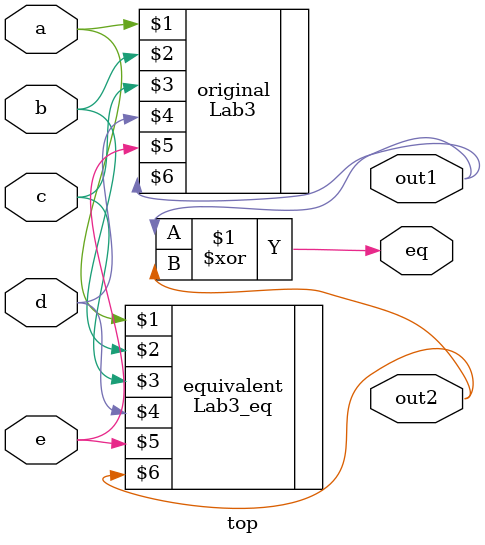
<source format=v>
`timescale 1ns / 1ps

module top(
    input a, b, c, d, e,

    output out1, out2, eq
    );
    
    Lab3 original(a, b, c, d, e, out1);
    Lab3_eq equivalent(a, b, c, d, e, out2);
    assign eq = out1 ^ out2;
endmodule
</source>
